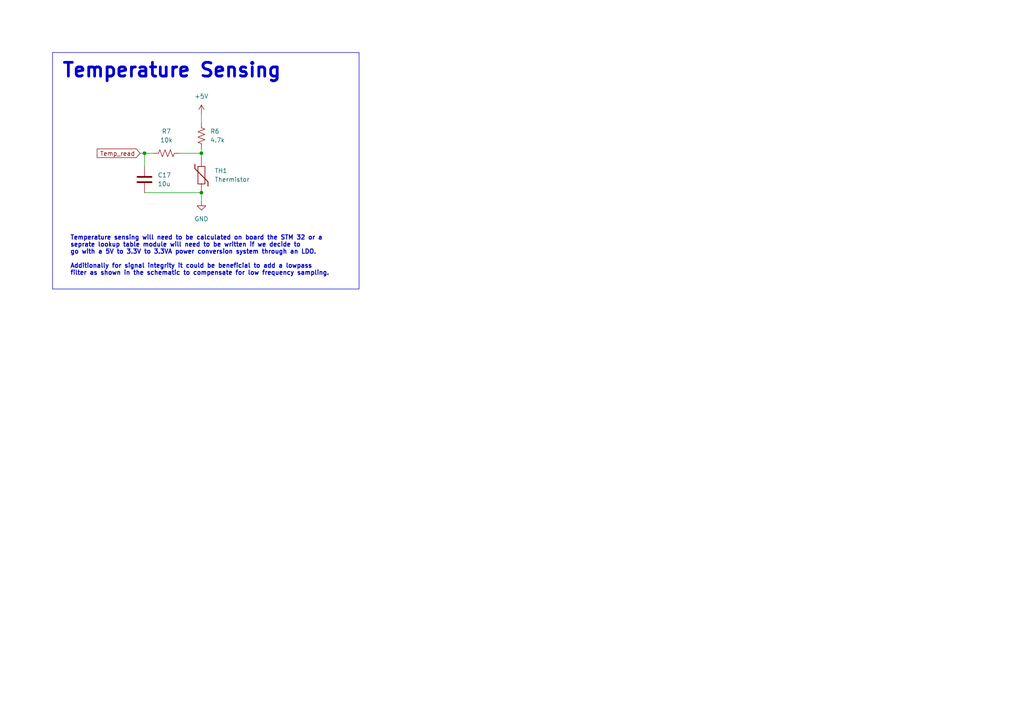
<source format=kicad_sch>
(kicad_sch (version 20231120) (generator "eeschema") (generator_version "8.0")
  (paper "A4")
  (lib_symbols
    (symbol "Device:C" (pin_numbers hide) (pin_names (offset 0.254))
      (property "Reference" "C" (at 0.635 2.54 0))
      (property "Value" "C" (at 0.635 -2.54 0))
      (symbol "C_0_1"
        (polyline (pts (xy -2.032 -0.762) (xy 2.032 -0.762)) (stroke (width 0.508)))
        (polyline (pts (xy -2.032 0.762) (xy 2.032 0.762)) (stroke (width 0.508)))
      )
      (symbol "C_1_1"
        (pin passive line (at 0 3.81 270) (length 2.794) (name "~") (number "1"))
        (pin passive line (at 0 -3.81 90) (length 2.794) (name "~") (number "2"))
      )
    )
    (symbol "Device:R_US" (pin_numbers hide) (pin_names (offset 0))
      (property "Reference" "R" (at 2.54 0 90))
      (property "Value" "R_US" (at -2.54 0 90))
      (symbol "R_US_0_1"
        (polyline (pts (xy 0 -2.286) (xy 0 -2.54)))
        (polyline (pts (xy 0 2.286) (xy 0 2.54)))
        (polyline (pts (xy 0 -0.762) (xy 1.016 -1.143) (xy 0 -1.524) (xy -1.016 -1.905) (xy 0 -2.286)))
        (polyline (pts (xy 0 0.762) (xy 1.016 0.381) (xy 0 0) (xy -1.016 -0.381) (xy 0 -0.762)))
        (polyline (pts (xy 0 2.286) (xy 1.016 1.905) (xy 0 1.524) (xy -1.016 1.143) (xy 0 0.762)))
      )
      (symbol "R_US_1_1"
        (pin passive line (at 0 3.81 270) (length 1.27) (name "~") (number "1"))
        (pin passive line (at 0 -3.81 90) (length 1.27) (name "~") (number "2"))
      )
    )
    (symbol "Device:Thermistor" (pin_numbers hide) (pin_names (offset 0))
      (property "Reference" "TH" (at 2.54 1.27 90))
      (property "Value" "Thermistor" (at -2.54 0 90))
      (symbol "Thermistor_0_1"
        (rectangle (start -1.016 2.54) (end 1.016 -2.54) (stroke (width 0.2032)))
        (polyline (pts (xy -1.905 3.175) (xy -1.905 1.905) (xy 1.905 -1.905) (xy 1.905 -3.175) (xy 1.905 -3.175)) (stroke (width 0.254)))
      )
      (symbol "Thermistor_1_1"
        (pin passive line (at 0 5.08 270) (length 2.54) (name "~") (number "1"))
        (pin passive line (at 0 -5.08 90) (length 2.54) (name "~") (number "2"))
      )
    )
    (symbol "power:+5V" (power) (pin_names (offset 0))
      (property "Value" "+5V" (at 0 3.556 0))
      (symbol "+5V_0_1"
        (polyline (pts (xy -0.762 1.27) (xy 0 2.54)))
        (polyline (pts (xy 0 0) (xy 0 2.54)))
        (polyline (pts (xy 0 2.54) (xy 0.762 1.27)))
      )
      (symbol "+5V_1_1"
        (pin power_in line (at 0 0 90) (length 0) hide (name "+5V") (number "1"))
      )
    )
    (symbol "power:GND" (power) (pin_names (offset 0))
      (property "Value" "GND" (at 0 -3.81 0))
      (symbol "GND_0_1"
        (polyline (pts (xy 0 0) (xy 0 -1.27) (xy 1.27 -1.27) (xy 0 -2.54) (xy -1.27 -1.27) (xy 0 -1.27)))
      )
      (symbol "GND_1_1"
        (pin power_in line (at 0 0 270) (length 0) hide (name "GND") (number "1"))
      )
    )
  )
  (junction (at 58.42 55.88))
  (junction (at 58.42 44.45))
  (junction (at 41.91 44.45))
  (wire (pts (xy 58.42 43.18) (xy 58.42 44.45)))
  (wire (pts (xy 58.42 33.02) (xy 58.42 35.56)))
  (wire (pts (xy 58.42 44.45) (xy 58.42 45.72)))
  (wire (pts (xy 41.91 48.26) (xy 41.91 44.45)))
  (wire (pts (xy 41.91 44.45) (xy 44.45 44.45)))
  (wire (pts (xy 52.07 44.45) (xy 58.42 44.45)))
  (wire (pts (xy 58.42 55.88) (xy 58.42 58.42)))
  (wire (pts (xy 41.91 55.88) (xy 58.42 55.88)))
  (wire (pts (xy 41.91 44.45) (xy 40.64 44.45)))
  (rectangle (start 15.24 15.24) (end 104.14 83.82))
  (text "Temperature Sensing" (at 17.78 22.86 0) (effects (font (size 4 4) (thickness 0.8) (bold yes)) (justify left bottom)))
  (text "Temperature sensing will need to be calculated on board the STM 32 or a \nseprate lookup table module will need to be written if we decide to \ngo with a 5V to 3.3V to 3.3VA power conversion system through an LDO.\n\nAdditionally for signal integrity it could be beneficial to add a lowpass\nfilter as shown in the schematic to compensate for low frequency sampling." (at 20.32 80.01 0) (effects (font (size 1.27 1.27) (bold yes)) (justify left bottom)))
  (global_label "Temp_read" (shape input) (at 40.64 44.45 180) (property "Intersheetrefs" "${INTERSHEET_REFS}" (effects (hide yes))))
  (symbol (lib_id "Device:R_US") (at 48.26 44.45 90) (unit 1)
    (property "Reference" "R7" (at 48.26 38.1 90))
    (property "Value" "10k" (at 48.26 40.64 90))
    (property "Footprint" "Resistor_SMD:R_01005_0402Metric" (effects (hide yes)))
  )
  (symbol (lib_id "power:+5V") (at 58.42 33.02 0) (unit 1)
    (property "Reference" "#PWR030" (effects (hide yes)))
    (property "Value" "+5V" (at 58.42 27.94 0))
  )
  (symbol (lib_id "Device:R_US") (at 58.42 39.37 0) (unit 1)
    (property "Reference" "R6" (at 60.96 38.1 0) (effects (justify left)))
    (property "Value" "4.7k" (at 60.96 40.64 0) (effects (justify left)))
    (property "Footprint" "Resistor_SMD:R_01005_0402Metric" (effects (hide yes)))
  )
  (symbol (lib_id "power:GND") (at 58.42 58.42 0) (unit 1)
    (property "Reference" "#PWR029" (effects (hide yes)))
    (property "Value" "GND" (at 58.42 63.5 0))
  )
  (symbol (lib_id "Device:Thermistor") (at 58.42 50.8 0) (unit 1)
    (property "Reference" "TH1" (at 62.23 49.53 0) (effects (justify left)))
    (property "Value" "Thermistor" (at 62.23 52.07 0) (effects (justify left)))
    (property "Footprint" "Resistor_SMD:R_01005_0402Metric" (effects (hide yes)))
  )
  (symbol (lib_id "Device:C") (at 41.91 52.07 180) (unit 1)
    (property "Reference" "C17" (at 45.72 50.8 0) (effects (justify right)))
    (property "Value" "10u" (at 45.72 53.34 0) (effects (justify right)))
    (property "Footprint" "Capacitor_SMD:C_0201_0603Metric" (effects (hide yes)))
  )
)
</source>
